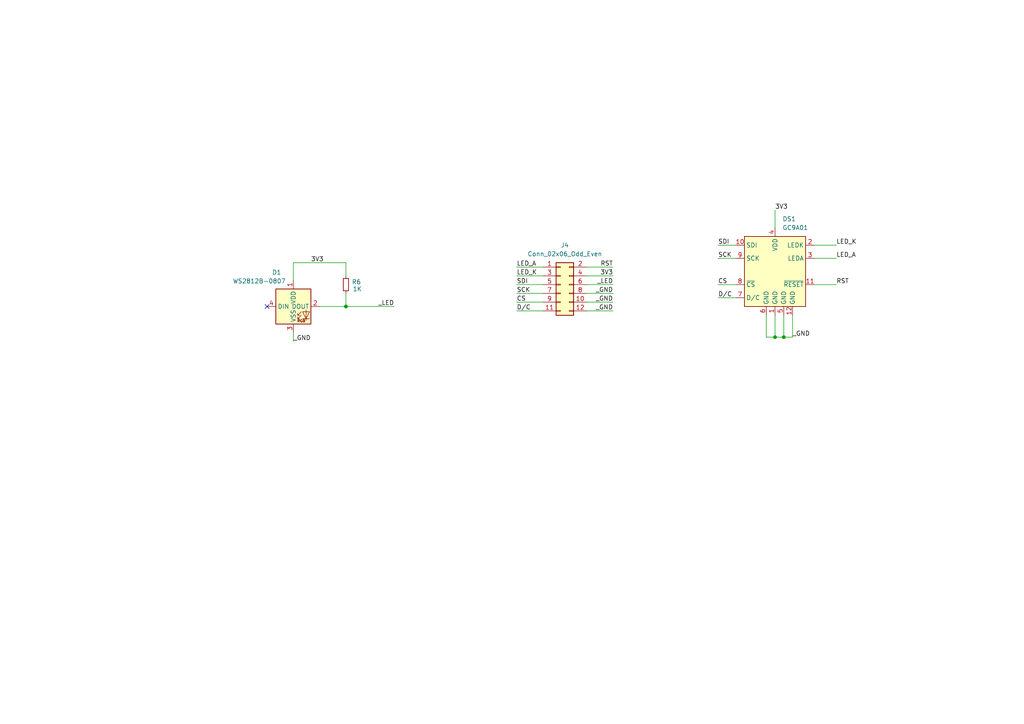
<source format=kicad_sch>
(kicad_sch (version 20250114) (generator "eeschema") (generator_version "9.0")
  (paper "A4")
  (lib_symbols
    (symbol "Connector_Generic:Conn_02x06_Odd_Even" (pin_names (offset 1.016) (hide yes))
      (property "Reference" "J" (at 1.27 7.62 0))
      (property "Value" "Conn_02x06_Odd_Even" (at 1.27 -10.16 0))
      (symbol "Conn_02x06_Odd_Even_1_1"
        (rectangle (start -1.27 6.35) (end 3.81 -8.89) (stroke (width 0.254)) (fill (type background)))
        (rectangle (start -1.27 5.207) (end 0 4.953) (stroke (width 0.1524)))
        (rectangle (start -1.27 2.667) (end 0 2.413) (stroke (width 0.1524)))
        (rectangle (start -1.27 0.127) (end 0 -0.127) (stroke (width 0.1524)))
        (rectangle (start -1.27 -2.413) (end 0 -2.667) (stroke (width 0.1524)))
        (rectangle (start -1.27 -4.953) (end 0 -5.207) (stroke (width 0.1524)))
        (rectangle (start -1.27 -7.493) (end 0 -7.747) (stroke (width 0.1524)))
        (rectangle (start 3.81 5.207) (end 2.54 4.953) (stroke (width 0.1524)))
        (rectangle (start 3.81 2.667) (end 2.54 2.413) (stroke (width 0.1524)))
        (rectangle (start 3.81 0.127) (end 2.54 -0.127) (stroke (width 0.1524)))
        (rectangle (start 3.81 -2.413) (end 2.54 -2.667) (stroke (width 0.1524)))
        (rectangle (start 3.81 -4.953) (end 2.54 -5.207) (stroke (width 0.1524)))
        (rectangle (start 3.81 -7.493) (end 2.54 -7.747) (stroke (width 0.1524)))
        (pin passive line (at -5.08 5.08 0) (length 3.81) (name "Pin_1") (number "1"))
        (pin passive line (at -5.08 2.54 0) (length 3.81) (name "Pin_3") (number "3"))
        (pin passive line (at -5.08 0 0) (length 3.81) (name "Pin_5") (number "5"))
        (pin passive line (at -5.08 -2.54 0) (length 3.81) (name "Pin_7") (number "7"))
        (pin passive line (at -5.08 -5.08 0) (length 3.81) (name "Pin_9") (number "9"))
        (pin passive line (at -5.08 -7.62 0) (length 3.81) (name "Pin_11") (number "11"))
        (pin passive line (at 7.62 5.08 180) (length 3.81) (name "Pin_2") (number "2"))
        (pin passive line (at 7.62 2.54 180) (length 3.81) (name "Pin_4") (number "4"))
        (pin passive line (at 7.62 0 180) (length 3.81) (name "Pin_6") (number "6"))
        (pin passive line (at 7.62 -2.54 180) (length 3.81) (name "Pin_8") (number "8"))
        (pin passive line (at 7.62 -5.08 180) (length 3.81) (name "Pin_10") (number "10"))
        (pin passive line (at 7.62 -7.62 180) (length 3.81) (name "Pin_12") (number "12"))
      )
    )
    (symbol "Device:R_Small" (pin_numbers (hide yes)) (pin_names (offset 0.254) (hide yes))
      (property "Reference" "R" (at 0.762 0.508 0))
      (property "Value" "R_Small" (at 0.762 -1.016 0))
      (symbol "R_Small_0_1"
        (rectangle (start -0.762 1.778) (end 0.762 -1.778) (stroke (width 0.2032)))
      )
      (symbol "R_Small_1_1"
        (pin passive line (at 0 2.54 270) (length 0.762) (name "~") (number "1"))
        (pin passive line (at 0 -2.54 90) (length 0.762) (name "~") (number "2"))
      )
    )
    (symbol "Display:GC9A01"
      (property "Reference" "DS" (at 0.508 3.302 0))
      (property "Value" "GC9A01" (at 3.556 0.762 0))
      (symbol "GC9A01_0_0"
        (pin bidirectional line (at -2.54 -3.81 0) (length 2.54) (name "SDI") (number "10"))
        (pin input line (at -2.54 -7.62 0) (length 2.54) (name "SCK") (number "9"))
        (pin input line (at -2.54 -15.24 0) (length 2.54) (name "~{CS}") (number "8"))
        (pin input line (at -2.54 -19.05 0) (length 2.54) (name "D/C") (number "7"))
        (pin power_in line (at 6.35 -24.13 90) (length 2.54) (name "GND") (number "6"))
        (pin power_in line (at 8.89 1.27 270) (length 2.54) (name "VDD") (number "4"))
        (pin power_in line (at 8.89 -24.13 90) (length 2.54) (name "GND") (number "1"))
        (pin power_in line (at 11.43 -24.13 90) (length 2.54) (name "GND") (number "5"))
        (pin power_in line (at 13.97 -24.13 90) (length 2.54) (name "GND") (number "12"))
        (pin passive line (at 20.32 -3.81 180) (length 2.54) (name "LEDK") (number "2"))
        (pin passive line (at 20.32 -7.62 180) (length 2.54) (name "LEDA") (number "3"))
        (pin input line (at 20.32 -15.24 180) (length 2.54) (name "~{RESET}") (number "11"))
      )
      (symbol "GC9A01_0_1"
        (rectangle (start 0 -1.27) (end 17.78 -21.59) (stroke (width 0.2032)) (fill (type background)))
      )
    )
    (symbol "SM_LED:WS2812B-0807"
      (property "Reference" "D" (at 3.048 7.112 0))
      (property "Value" "WS2812B-0807" (at 17.018 -7.874 0))
      (symbol "WS2812B-0807_0_0"
        (text "RGB" (at 9.906 -4.191 0) (effects (font (size 0.762 0.762))))
      )
      (symbol "WS2812B-0807_0_1"
        (rectangle (start 2.54 5.08) (end 12.7 -5.08) (stroke (width 0.254)) (fill (type background)))
        (polyline (pts (xy 8.89 -2.54) (xy 9.398 -2.54)))
        (polyline (pts (xy 8.89 -3.556) (xy 9.398 -3.556)))
        (polyline (pts (xy 9.906 -1.524) (xy 8.89 -2.54) (xy 8.89 -2.032)))
        (polyline (pts (xy 9.906 -2.54) (xy 8.89 -3.556) (xy 8.89 -3.048)))
        (polyline (pts (xy 11.303 -1.016) (xy 11.303 -3.556) (xy 11.303 -4.064)))
        (polyline (pts (xy 12.319 -1.524) (xy 10.287 -1.524) (xy 11.303 -3.556) (xy 12.319 -1.524)))
        (polyline (pts (xy 12.319 -3.556) (xy 10.287 -3.556)))
      )
      (symbol "WS2812B-0807_1_1"
        (pin input line (at 0 0 0) (length 2.54) (name "DIN") (number "4"))
        (pin power_in line (at 7.62 7.62 270) (length 2.54) (name "VDD") (number "1"))
        (pin power_in line (at 7.62 -7.62 90) (length 2.54) (name "VSS") (number "3"))
        (pin output line (at 15.24 0 180) (length 2.54) (name "DOUT") (number "2"))
      )
    )
  )
  (junction (at 100.33 88.9))
  (junction (at 224.79 97.79))
  (junction (at 227.33 97.79))
  (no_connect (at 77.47 88.9))
  (wire (pts (xy 177.8 82.55) (xy 170.18 82.55)))
  (wire (pts (xy 85.09 96.52) (xy 85.09 99.06)))
  (wire (pts (xy 229.87 91.44) (xy 229.87 97.79)))
  (wire (pts (xy 177.8 85.09) (xy 170.18 85.09)))
  (wire (pts (xy 227.33 97.79) (xy 229.87 97.79)))
  (wire (pts (xy 177.8 77.47) (xy 170.18 77.47)))
  (wire (pts (xy 222.25 97.79) (xy 224.79 97.79)))
  (wire (pts (xy 208.28 74.93) (xy 213.36 74.93)))
  (wire (pts (xy 208.28 86.36) (xy 213.36 86.36)))
  (wire (pts (xy 177.8 87.63) (xy 170.18 87.63)))
  (wire (pts (xy 92.71 88.9) (xy 100.33 88.9)))
  (wire (pts (xy 208.28 71.12) (xy 213.36 71.12)))
  (wire (pts (xy 149.86 82.55) (xy 157.48 82.55)))
  (wire (pts (xy 149.86 77.47) (xy 157.48 77.47)))
  (wire (pts (xy 177.8 80.01) (xy 170.18 80.01)))
  (wire (pts (xy 100.33 88.9) (xy 100.33 85.09)))
  (wire (pts (xy 85.09 76.2) (xy 85.09 81.28)))
  (wire (pts (xy 85.09 76.2) (xy 100.33 76.2)))
  (wire (pts (xy 149.86 85.09) (xy 157.48 85.09)))
  (wire (pts (xy 227.33 91.44) (xy 227.33 97.79)))
  (wire (pts (xy 177.8 90.17) (xy 170.18 90.17)))
  (wire (pts (xy 236.22 74.93) (xy 242.57 74.93)))
  (wire (pts (xy 100.33 76.2) (xy 100.33 80.01)))
  (wire (pts (xy 149.86 87.63) (xy 157.48 87.63)))
  (wire (pts (xy 236.22 71.12) (xy 242.57 71.12)))
  (wire (pts (xy 208.28 82.55) (xy 213.36 82.55)))
  (wire (pts (xy 149.86 90.17) (xy 157.48 90.17)))
  (wire (pts (xy 236.22 82.55) (xy 242.57 82.55)))
  (wire (pts (xy 149.86 80.01) (xy 157.48 80.01)))
  (wire (pts (xy 224.79 91.44) (xy 224.79 97.79)))
  (wire (pts (xy 100.33 88.9) (xy 114.3 88.9)))
  (wire (pts (xy 222.25 91.44) (xy 222.25 97.79)))
  (wire (pts (xy 224.79 60.96) (xy 224.79 66.04)))
  (wire (pts (xy 224.79 97.79) (xy 227.33 97.79)))
  (label "_GND" (at 177.8 87.63 180))
  (label "_GND" (at 177.8 85.09 180))
  (label "LED_K" (at 242.57 71.12 0))
  (label "D{slash}C" (at 208.28 86.36 0))
  (label "RST" (at 242.57 82.55 0))
  (label "RST" (at 177.8 77.47 180))
  (label "_LED" (at 114.3 88.9 180))
  (label "_LED" (at 177.8 82.55 180))
  (label "SDI" (at 149.86 82.55 0))
  (label "LED_K" (at 149.86 80.01 0))
  (label "3V3" (at 90.17 76.2 0))
  (label "SCK" (at 208.28 74.93 0))
  (label "CS" (at 208.28 82.55 0))
  (label "SCK" (at 149.86 85.09 0))
  (label "LED_A" (at 149.86 77.47 0))
  (label "3V3" (at 224.79 60.96 0))
  (label "D{slash}C" (at 149.86 90.17 0))
  (label "_GND" (at 229.87 97.79 0))
  (label "LED_A" (at 242.57 74.93 0))
  (label "SDI" (at 208.28 71.12 0))
  (label "CS" (at 149.86 87.63 0))
  (label "3V3" (at 177.8 80.01 180))
  (label "_GND" (at 177.8 90.17 180))
  (label "_GND" (at 85.09 99.06 0))
  (symbol (lib_id "Device:R_Small") (at 100.33 82.55 0) (mirror x) (unit 1)
    (property "Reference" "R6" (at 103.378 81.788 0))
    (property "Value" "1K" (at 103.632 83.82 0))
    (property "Footprint" "Resistor_SMD:R_0402_1005Metric_Pad0.72x0.64mm_HandSolder" (effects (hide yes)))
    (property "Description" "Resistor, small symbol" (effects (hide yes)))
  )
  (symbol (lib_id "SM_LED:WS2812B-0807") (at 77.47 88.9 0) (unit 1)
    (property "Reference" "D1" (at 80.264 78.994 0))
    (property "Value" "WS2812B-0807" (at 75.184 81.534 0))
    (property "Footprint" "SM_LED:XL-0807RGBC-WS2812B" (effects (hide yes)))
  )
  (symbol (lib_id "Connector_Generic:Conn_02x06_Odd_Even") (at 162.56 82.55 0) (unit 1)
    (property "Reference" "J4" (at 163.83 71.12 0))
    (property "Value" "Conn_02x06_Odd_Even" (at 163.83 73.66 0))
    (property "Footprint" "Connector_PinHeader_1.27mm:PinHeader_2x06_P1.27mm_Vertical_SMD" (effects (hide yes)))
    (property "Description" "Generic connector, double row, 02x06, odd/even pin numbering scheme (row 1 odd numbers, row 2 even numbers), script generated (kicad-library-utils/schlib/autogen/connector/)" (effects (hide yes)))
  )
  (symbol (lib_id "Display:GC9A01") (at 215.9 67.31 0) (unit 1)
    (property "Reference" "DS1" (at 226.9333 63.5 0) (effects (justify left)))
    (property "Value" "GC9A01" (at 226.9333 66.04 0) (effects (justify left)))
    (property "Footprint" "DISPLAY:GC9A01_BOTTOM" (effects (hide yes)))
  )
)
</source>
